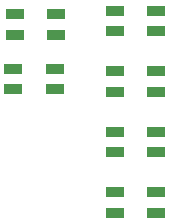
<source format=gbr>
%TF.GenerationSoftware,KiCad,Pcbnew,9.0.2*%
%TF.CreationDate,2025-08-01T00:08:25-07:00*%
%TF.ProjectId,macropad,6d616372-6f70-4616-942e-6b696361645f,rev?*%
%TF.SameCoordinates,Original*%
%TF.FileFunction,Paste,Top*%
%TF.FilePolarity,Positive*%
%FSLAX46Y46*%
G04 Gerber Fmt 4.6, Leading zero omitted, Abs format (unit mm)*
G04 Created by KiCad (PCBNEW 9.0.2) date 2025-08-01 00:08:25*
%MOMM*%
%LPD*%
G01*
G04 APERTURE LIST*
%ADD10R,1.600000X0.850000*%
G04 APERTURE END LIST*
D10*
%TO.C,D3*%
X72872500Y-50290000D03*
X72872500Y-52040000D03*
X69372500Y-52040000D03*
X69372500Y-50290000D03*
%TD*%
%TO.C,D2*%
X60900000Y-52325000D03*
X60900000Y-50575000D03*
X64400000Y-50575000D03*
X64400000Y-52325000D03*
%TD*%
%TO.C,D4*%
X72872500Y-55410000D03*
X72872500Y-57160000D03*
X69372500Y-57160000D03*
X69372500Y-55410000D03*
%TD*%
%TO.C,D5*%
X72872500Y-60530000D03*
X72872500Y-62280000D03*
X69372500Y-62280000D03*
X69372500Y-60530000D03*
%TD*%
%TO.C,D6*%
X72872500Y-65650000D03*
X72872500Y-67400000D03*
X69372500Y-67400000D03*
X69372500Y-65650000D03*
%TD*%
%TO.C,D1*%
X64300000Y-55200000D03*
X64300000Y-56950000D03*
X60800000Y-56950000D03*
X60800000Y-55200000D03*
%TD*%
M02*

</source>
